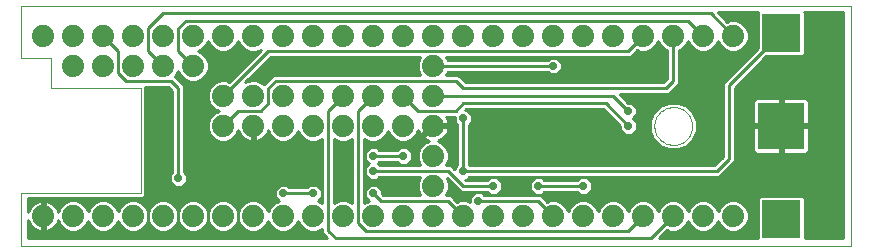
<source format=gtl>
G75*
%MOIN*%
%OFA0B0*%
%FSLAX24Y24*%
%IPPOS*%
%LPD*%
%AMOC8*
5,1,8,0,0,1.08239X$1,22.5*
%
%ADD10C,0.0000*%
%ADD11C,0.0740*%
%ADD12R,0.1560X0.1560*%
%ADD13R,0.1250X0.1250*%
%ADD14OC8,0.0270*%
%ADD15C,0.0100*%
%ADD16OC8,0.0250*%
%ADD17C,0.0200*%
D10*
X001423Y003543D02*
X001423Y005293D01*
X005423Y005293D01*
X005423Y008793D01*
X002423Y008793D01*
X002423Y009793D01*
X001423Y009793D01*
X001423Y011539D01*
X001423Y011543D01*
X001423Y011539D02*
X029082Y011539D01*
X029082Y003543D01*
X001423Y003543D01*
X022543Y007543D02*
X022545Y007593D01*
X022551Y007643D01*
X022561Y007692D01*
X022575Y007740D01*
X022592Y007787D01*
X022613Y007832D01*
X022638Y007876D01*
X022666Y007917D01*
X022698Y007956D01*
X022732Y007993D01*
X022769Y008027D01*
X022809Y008057D01*
X022851Y008084D01*
X022895Y008108D01*
X022941Y008129D01*
X022988Y008145D01*
X023036Y008158D01*
X023086Y008167D01*
X023135Y008172D01*
X023186Y008173D01*
X023236Y008170D01*
X023285Y008163D01*
X023334Y008152D01*
X023382Y008137D01*
X023428Y008119D01*
X023473Y008097D01*
X023516Y008071D01*
X023557Y008042D01*
X023596Y008010D01*
X023632Y007975D01*
X023664Y007937D01*
X023694Y007897D01*
X023721Y007854D01*
X023744Y007810D01*
X023763Y007764D01*
X023779Y007716D01*
X023791Y007667D01*
X023799Y007618D01*
X023803Y007568D01*
X023803Y007518D01*
X023799Y007468D01*
X023791Y007419D01*
X023779Y007370D01*
X023763Y007322D01*
X023744Y007276D01*
X023721Y007232D01*
X023694Y007189D01*
X023664Y007149D01*
X023632Y007111D01*
X023596Y007076D01*
X023557Y007044D01*
X023516Y007015D01*
X023473Y006989D01*
X023428Y006967D01*
X023382Y006949D01*
X023334Y006934D01*
X023285Y006923D01*
X023236Y006916D01*
X023186Y006913D01*
X023135Y006914D01*
X023086Y006919D01*
X023036Y006928D01*
X022988Y006941D01*
X022941Y006957D01*
X022895Y006978D01*
X022851Y007002D01*
X022809Y007029D01*
X022769Y007059D01*
X022732Y007093D01*
X022698Y007130D01*
X022666Y007169D01*
X022638Y007210D01*
X022613Y007254D01*
X022592Y007299D01*
X022575Y007346D01*
X022561Y007394D01*
X022551Y007443D01*
X022545Y007493D01*
X022543Y007543D01*
D11*
X015173Y007543D03*
X014173Y007543D03*
X013173Y007543D03*
X012173Y007543D03*
X011173Y007543D03*
X010173Y007543D03*
X009173Y007543D03*
X008173Y007543D03*
X008173Y008543D03*
X009173Y008543D03*
X010173Y008543D03*
X011173Y008543D03*
X012173Y008543D03*
X013173Y008543D03*
X014173Y008543D03*
X015173Y008543D03*
X015173Y009543D03*
X015173Y010543D03*
X016173Y010543D03*
X017173Y010543D03*
X018173Y010543D03*
X019173Y010543D03*
X020173Y010543D03*
X021173Y010543D03*
X022173Y010543D03*
X023173Y010543D03*
X024173Y010543D03*
X025173Y010543D03*
X015173Y006543D03*
X015173Y005543D03*
X015173Y004543D03*
X016173Y004543D03*
X017173Y004543D03*
X018173Y004543D03*
X019173Y004543D03*
X020173Y004543D03*
X021173Y004543D03*
X022173Y004543D03*
X023173Y004543D03*
X024173Y004543D03*
X025173Y004543D03*
X014173Y004543D03*
X013173Y004543D03*
X012173Y004543D03*
X011173Y004543D03*
X010173Y004543D03*
X009173Y004543D03*
X008173Y004543D03*
X007173Y004543D03*
X006173Y004543D03*
X005173Y004543D03*
X004173Y004543D03*
X003173Y004543D03*
X002173Y004543D03*
X003173Y009543D03*
X004173Y009543D03*
X005173Y009543D03*
X006173Y009543D03*
X007173Y009543D03*
X007173Y010543D03*
X008173Y010543D03*
X009173Y010543D03*
X010173Y010543D03*
X011173Y010543D03*
X012173Y010543D03*
X013173Y010543D03*
X014173Y010543D03*
X006173Y010543D03*
X005173Y010543D03*
X004173Y010543D03*
X003173Y010543D03*
X002173Y010543D03*
D12*
X026773Y007543D03*
D13*
X026773Y004443D03*
X026773Y010643D03*
D14*
X024173Y009293D03*
X025453Y008713D03*
X022273Y009443D03*
X020953Y009193D03*
X017413Y009173D03*
X014453Y009513D03*
X011423Y009543D03*
X008173Y009293D03*
X005773Y008723D03*
X009143Y006053D03*
X010173Y005293D03*
X011173Y005293D03*
X011073Y005743D03*
X012173Y005693D03*
X012973Y005693D03*
X013173Y006043D03*
X013173Y006543D03*
X012953Y006853D03*
X014173Y006543D03*
X014443Y006813D03*
X016173Y006043D03*
X017173Y005543D03*
X017673Y005543D03*
X018673Y005543D03*
X020173Y005543D03*
X020673Y005343D03*
X022373Y005443D03*
X025443Y005643D03*
X024493Y006793D03*
X022273Y006843D03*
X021673Y007543D03*
X019673Y007543D03*
X018173Y006543D03*
X016173Y007793D03*
X014163Y005543D03*
X013173Y005293D03*
X016673Y005043D03*
X007673Y005293D03*
X006673Y005793D03*
X007673Y004043D03*
D15*
X007673Y005293D01*
X007878Y004984D02*
X008069Y005063D01*
X008276Y005063D01*
X008467Y004984D01*
X008614Y004838D01*
X008673Y004695D01*
X008732Y004838D01*
X008878Y004984D01*
X009069Y005063D01*
X009276Y005063D01*
X009467Y004984D01*
X009614Y004838D01*
X009673Y004695D01*
X009732Y004838D01*
X009878Y004984D01*
X010020Y005043D01*
X009888Y005175D01*
X009888Y005411D01*
X010055Y005578D01*
X010291Y005578D01*
X010376Y005493D01*
X010970Y005493D01*
X011055Y005578D01*
X011291Y005578D01*
X011458Y005411D01*
X011458Y005175D01*
X011325Y005043D01*
X011467Y004984D01*
X011473Y004979D01*
X011473Y007108D01*
X011467Y007102D01*
X011276Y007023D01*
X011069Y007023D01*
X010878Y007102D01*
X010732Y007249D01*
X010673Y007392D01*
X010614Y007249D01*
X010467Y007102D01*
X010276Y007023D01*
X010069Y007023D01*
X009878Y007102D01*
X009732Y007249D01*
X009671Y007395D01*
X009655Y007344D01*
X009618Y007271D01*
X009569Y007205D01*
X009512Y007147D01*
X009445Y007099D01*
X009372Y007061D01*
X009295Y007036D01*
X009223Y007025D01*
X009223Y007493D01*
X009123Y007493D01*
X009123Y007025D01*
X009051Y007036D01*
X008973Y007061D01*
X008900Y007099D01*
X008834Y007147D01*
X008776Y007205D01*
X008728Y007271D01*
X008691Y007344D01*
X008674Y007395D01*
X008614Y007249D01*
X008467Y007102D01*
X008276Y007023D01*
X008069Y007023D01*
X007878Y007102D01*
X007732Y007249D01*
X007653Y007440D01*
X007653Y007647D01*
X007732Y007838D01*
X007878Y007984D01*
X008021Y008043D01*
X007878Y008102D01*
X007732Y008249D01*
X007653Y008440D01*
X007653Y008647D01*
X007732Y008838D01*
X007878Y008984D01*
X008069Y009063D01*
X008276Y009063D01*
X008371Y009024D01*
X009436Y010090D01*
X009276Y010023D01*
X009069Y010023D01*
X008878Y010102D01*
X008732Y010249D01*
X008673Y010392D01*
X008614Y010249D01*
X008467Y010102D01*
X008276Y010023D01*
X008069Y010023D01*
X007878Y010102D01*
X007732Y010249D01*
X007673Y010392D01*
X007614Y010249D01*
X007467Y010102D01*
X007325Y010043D01*
X007467Y009984D01*
X007614Y009838D01*
X007693Y009647D01*
X007693Y009440D01*
X007614Y009249D01*
X007467Y009102D01*
X007276Y009023D01*
X007069Y009023D01*
X006878Y009102D01*
X006732Y009249D01*
X006673Y009392D01*
X006614Y009249D01*
X006557Y009192D01*
X006756Y008993D01*
X006873Y008876D01*
X006873Y005996D01*
X006958Y005911D01*
X006958Y005675D01*
X006791Y005508D01*
X006555Y005508D01*
X006388Y005675D01*
X006388Y005911D01*
X006473Y005996D01*
X006473Y008710D01*
X006340Y008843D01*
X005573Y008843D01*
X005573Y005231D01*
X005485Y005143D01*
X001673Y005143D01*
X001673Y004687D01*
X001691Y004743D01*
X001728Y004816D01*
X001776Y004882D01*
X001834Y004940D01*
X001900Y004988D01*
X001973Y005025D01*
X002051Y005051D01*
X002123Y005062D01*
X002123Y004593D01*
X002223Y004593D01*
X002223Y005062D01*
X002295Y005051D01*
X002372Y005025D01*
X002445Y004988D01*
X002512Y004940D01*
X002569Y004882D01*
X002618Y004816D01*
X002655Y004743D01*
X002671Y004692D01*
X002732Y004838D01*
X002878Y004984D01*
X003069Y005063D01*
X003276Y005063D01*
X003467Y004984D01*
X003614Y004838D01*
X003673Y004695D01*
X003732Y004838D01*
X003878Y004984D01*
X004069Y005063D01*
X004276Y005063D01*
X004467Y004984D01*
X004614Y004838D01*
X004673Y004695D01*
X004732Y004838D01*
X004878Y004984D01*
X005069Y005063D01*
X005276Y005063D01*
X005467Y004984D01*
X005614Y004838D01*
X005673Y004695D01*
X005732Y004838D01*
X005878Y004984D01*
X006069Y005063D01*
X006276Y005063D01*
X006467Y004984D01*
X006614Y004838D01*
X006673Y004695D01*
X006732Y004838D01*
X006878Y004984D01*
X007069Y005063D01*
X007276Y005063D01*
X007467Y004984D01*
X007614Y004838D01*
X007673Y004695D01*
X007732Y004838D01*
X007878Y004984D01*
X007816Y004922D02*
X007529Y004922D01*
X007619Y004824D02*
X007726Y004824D01*
X007685Y004725D02*
X007660Y004725D01*
X007379Y005021D02*
X007967Y005021D01*
X008379Y005021D02*
X008967Y005021D01*
X008816Y004922D02*
X008529Y004922D01*
X008619Y004824D02*
X008726Y004824D01*
X008685Y004725D02*
X008660Y004725D01*
X008673Y005043D02*
X008673Y004043D01*
X008846Y004134D02*
X008499Y004134D01*
X008467Y004102D02*
X008614Y004249D01*
X008673Y004392D01*
X008732Y004249D01*
X008878Y004102D01*
X009069Y004023D01*
X009276Y004023D01*
X009467Y004102D01*
X009614Y004249D01*
X009673Y004392D01*
X009732Y004249D01*
X009878Y004102D01*
X010069Y004023D01*
X010276Y004023D01*
X010467Y004102D01*
X010614Y004249D01*
X010673Y004392D01*
X010732Y004249D01*
X010878Y004102D01*
X011069Y004023D01*
X011276Y004023D01*
X011467Y004102D01*
X011473Y004108D01*
X011473Y003960D01*
X011590Y003843D01*
X011640Y003793D01*
X001673Y003793D01*
X001673Y004399D01*
X001691Y004344D01*
X001728Y004271D01*
X001776Y004205D01*
X001834Y004147D01*
X001900Y004099D01*
X001973Y004061D01*
X002051Y004036D01*
X002123Y004025D01*
X002123Y004493D01*
X002223Y004493D01*
X002223Y004025D01*
X002295Y004036D01*
X002372Y004061D01*
X002445Y004099D01*
X002512Y004147D01*
X002569Y004205D01*
X002618Y004271D01*
X002655Y004344D01*
X002671Y004395D01*
X002732Y004249D01*
X002878Y004102D01*
X003069Y004023D01*
X003276Y004023D01*
X003467Y004102D01*
X003614Y004249D01*
X003673Y004392D01*
X003732Y004249D01*
X003878Y004102D01*
X004069Y004023D01*
X004276Y004023D01*
X004467Y004102D01*
X004614Y004249D01*
X004673Y004392D01*
X004732Y004249D01*
X004878Y004102D01*
X005069Y004023D01*
X005276Y004023D01*
X005467Y004102D01*
X005614Y004249D01*
X005673Y004392D01*
X005732Y004249D01*
X005878Y004102D01*
X006069Y004023D01*
X006276Y004023D01*
X006467Y004102D01*
X006614Y004249D01*
X006673Y004392D01*
X006732Y004249D01*
X006878Y004102D01*
X007069Y004023D01*
X007276Y004023D01*
X007467Y004102D01*
X007614Y004249D01*
X007673Y004392D01*
X007732Y004249D01*
X007878Y004102D01*
X008069Y004023D01*
X008276Y004023D01*
X008467Y004102D01*
X008306Y004036D02*
X009039Y004036D01*
X009306Y004036D02*
X010039Y004036D01*
X009846Y004134D02*
X009499Y004134D01*
X009598Y004233D02*
X009748Y004233D01*
X009698Y004331D02*
X009648Y004331D01*
X010306Y004036D02*
X011039Y004036D01*
X010846Y004134D02*
X010499Y004134D01*
X010598Y004233D02*
X010748Y004233D01*
X010698Y004331D02*
X010648Y004331D01*
X011306Y004036D02*
X011473Y004036D01*
X011496Y003937D02*
X001673Y003937D01*
X001673Y003839D02*
X011594Y003839D01*
X011673Y004043D02*
X011923Y003793D01*
X022423Y003793D01*
X023173Y004543D01*
X023660Y004725D02*
X023685Y004725D01*
X023673Y004695D02*
X023614Y004838D01*
X023467Y004984D01*
X023276Y005063D01*
X023069Y005063D01*
X022878Y004984D01*
X022732Y004838D01*
X022673Y004695D01*
X022614Y004838D01*
X022467Y004984D01*
X022276Y005063D01*
X022069Y005063D01*
X021878Y004984D01*
X021732Y004838D01*
X021673Y004695D01*
X021614Y004838D01*
X021467Y004984D01*
X021276Y005063D01*
X021069Y005063D01*
X020878Y004984D01*
X020732Y004838D01*
X020673Y004695D01*
X020614Y004838D01*
X020467Y004984D01*
X020276Y005063D01*
X020069Y005063D01*
X019878Y004984D01*
X019732Y004838D01*
X019673Y004695D01*
X019614Y004838D01*
X019467Y004984D01*
X019276Y005063D01*
X019069Y005063D01*
X018975Y005024D01*
X018756Y005243D01*
X016876Y005243D01*
X016791Y005328D01*
X016555Y005328D01*
X016388Y005161D01*
X016388Y005017D01*
X016276Y005063D01*
X016069Y005063D01*
X015975Y005024D01*
X015873Y005126D01*
X015756Y005243D01*
X015608Y005243D01*
X015614Y005249D01*
X015693Y005440D01*
X015693Y005647D01*
X015627Y005807D01*
X015973Y005460D01*
X016090Y005343D01*
X016970Y005343D01*
X017055Y005258D01*
X017291Y005258D01*
X017458Y005425D01*
X017458Y005661D01*
X017291Y005828D01*
X017055Y005828D01*
X016970Y005743D01*
X016256Y005743D01*
X016241Y005758D01*
X016291Y005758D01*
X016376Y005843D01*
X024706Y005843D01*
X025106Y006243D01*
X025223Y006360D01*
X025223Y008810D01*
X026281Y009868D01*
X027460Y009868D01*
X027548Y009956D01*
X027548Y011330D01*
X027537Y011341D01*
X028823Y011343D01*
X028823Y003793D01*
X027548Y003793D01*
X027548Y005130D01*
X027460Y005218D01*
X026086Y005218D01*
X025998Y005130D01*
X025998Y003793D01*
X022706Y003793D01*
X022975Y004062D01*
X023069Y004023D01*
X023276Y004023D01*
X023467Y004102D01*
X023614Y004249D01*
X023673Y004392D01*
X023732Y004249D01*
X023878Y004102D01*
X024069Y004023D01*
X024276Y004023D01*
X024467Y004102D01*
X024614Y004249D01*
X024673Y004392D01*
X024732Y004249D01*
X024878Y004102D01*
X025069Y004023D01*
X025276Y004023D01*
X025467Y004102D01*
X025614Y004249D01*
X025693Y004440D01*
X025693Y004647D01*
X025614Y004838D01*
X025467Y004984D01*
X025276Y005063D01*
X025069Y005063D01*
X024878Y004984D01*
X024732Y004838D01*
X024673Y004695D01*
X024614Y004838D01*
X024467Y004984D01*
X024276Y005063D01*
X024069Y005063D01*
X023878Y004984D01*
X023732Y004838D01*
X023673Y004695D01*
X023619Y004824D02*
X023726Y004824D01*
X023816Y004922D02*
X023529Y004922D01*
X023379Y005021D02*
X023967Y005021D01*
X024379Y005021D02*
X024967Y005021D01*
X024816Y004922D02*
X024529Y004922D01*
X024619Y004824D02*
X024726Y004824D01*
X024685Y004725D02*
X024660Y004725D01*
X025379Y005021D02*
X025998Y005021D01*
X025998Y005119D02*
X018880Y005119D01*
X018781Y005218D02*
X026085Y005218D01*
X025998Y004922D02*
X025529Y004922D01*
X025619Y004824D02*
X025998Y004824D01*
X025998Y004725D02*
X025660Y004725D01*
X025693Y004627D02*
X025998Y004627D01*
X025998Y004528D02*
X025693Y004528D01*
X025689Y004430D02*
X025998Y004430D01*
X025998Y004331D02*
X025648Y004331D01*
X025598Y004233D02*
X025998Y004233D01*
X025998Y004134D02*
X025499Y004134D01*
X025306Y004036D02*
X025998Y004036D01*
X025998Y003937D02*
X022850Y003937D01*
X022948Y004036D02*
X023039Y004036D01*
X023306Y004036D02*
X024039Y004036D01*
X023846Y004134D02*
X023499Y004134D01*
X023598Y004233D02*
X023748Y004233D01*
X023698Y004331D02*
X023648Y004331D01*
X024306Y004036D02*
X025039Y004036D01*
X024846Y004134D02*
X024499Y004134D01*
X024598Y004233D02*
X024748Y004233D01*
X024698Y004331D02*
X024648Y004331D01*
X025998Y003839D02*
X022751Y003839D01*
X022173Y004543D02*
X021673Y004043D01*
X012923Y004043D01*
X012673Y004293D01*
X012673Y008043D01*
X013173Y008543D01*
X014173Y008543D02*
X014673Y008043D01*
X015923Y008043D01*
X016173Y008293D01*
X020923Y008293D01*
X021673Y007543D01*
X021388Y007545D02*
X021388Y007425D01*
X021555Y007258D01*
X021791Y007258D01*
X021958Y007425D01*
X021958Y007661D01*
X021819Y007800D01*
X021948Y007929D01*
X021948Y008157D01*
X021787Y008318D01*
X021681Y008318D01*
X021406Y008593D01*
X023006Y008593D01*
X023123Y008710D01*
X023123Y008710D01*
X023373Y008960D01*
X023373Y010063D01*
X023467Y010102D01*
X023614Y010249D01*
X023673Y010392D01*
X023732Y010249D01*
X023878Y010102D01*
X024069Y010023D01*
X024276Y010023D01*
X024467Y010102D01*
X024614Y010249D01*
X024673Y010392D01*
X024732Y010249D01*
X024878Y010102D01*
X025069Y010023D01*
X025276Y010023D01*
X025467Y010102D01*
X025614Y010249D01*
X025693Y010440D01*
X025693Y010647D01*
X025614Y010838D01*
X025467Y010984D01*
X025276Y011063D01*
X025069Y011063D01*
X024975Y011024D01*
X024663Y011336D01*
X026006Y011338D01*
X025998Y011330D01*
X025998Y010151D01*
X024823Y008976D01*
X024823Y006526D01*
X024540Y006243D01*
X016376Y006243D01*
X016373Y006246D01*
X016373Y007590D01*
X016458Y007675D01*
X016458Y007911D01*
X016291Y008078D01*
X016241Y008078D01*
X016256Y008093D01*
X020840Y008093D01*
X021388Y007545D01*
X021351Y007582D02*
X016373Y007582D01*
X016373Y007483D02*
X021388Y007483D01*
X021428Y007385D02*
X016373Y007385D01*
X016373Y007286D02*
X021527Y007286D01*
X021819Y007286D02*
X022435Y007286D01*
X022476Y007188D02*
X016373Y007188D01*
X016373Y007089D02*
X022524Y007089D01*
X022512Y007102D02*
X022731Y006882D01*
X023018Y006763D01*
X023328Y006763D01*
X023615Y006882D01*
X023834Y007102D01*
X023953Y007388D01*
X023953Y007698D01*
X023834Y007985D01*
X023615Y008204D01*
X023328Y008323D01*
X023018Y008323D01*
X022731Y008204D01*
X022512Y007985D01*
X022393Y007698D01*
X022393Y007388D01*
X022512Y007102D01*
X022622Y006991D02*
X016373Y006991D01*
X016373Y006892D02*
X022721Y006892D01*
X022944Y006794D02*
X016373Y006794D01*
X016373Y006695D02*
X024823Y006695D01*
X024823Y006597D02*
X016373Y006597D01*
X016373Y006498D02*
X024795Y006498D01*
X024696Y006400D02*
X016373Y006400D01*
X016373Y006301D02*
X024598Y006301D01*
X024623Y006043D02*
X025023Y006443D01*
X025023Y008893D01*
X026773Y010643D01*
X026523Y010643D01*
X025998Y010635D02*
X025693Y010635D01*
X025693Y010537D02*
X025998Y010537D01*
X025998Y010438D02*
X025692Y010438D01*
X025651Y010340D02*
X025998Y010340D01*
X025998Y010241D02*
X025606Y010241D01*
X025508Y010143D02*
X025990Y010143D01*
X025891Y010044D02*
X025327Y010044D01*
X025019Y010044D02*
X024327Y010044D01*
X024508Y010143D02*
X024838Y010143D01*
X024739Y010241D02*
X024606Y010241D01*
X024651Y010340D02*
X024694Y010340D01*
X025173Y010543D02*
X024423Y011293D01*
X006173Y011293D01*
X005673Y010793D01*
X005673Y010043D01*
X006173Y009543D01*
X006658Y009355D02*
X006688Y009355D01*
X006729Y009256D02*
X006617Y009256D01*
X006591Y009158D02*
X006823Y009158D01*
X006690Y009059D02*
X006982Y009059D01*
X006788Y008961D02*
X007855Y008961D01*
X007756Y008862D02*
X006873Y008862D01*
X006873Y008764D02*
X007701Y008764D01*
X007661Y008665D02*
X006873Y008665D01*
X006873Y008567D02*
X007653Y008567D01*
X007653Y008468D02*
X006873Y008468D01*
X006873Y008370D02*
X007682Y008370D01*
X007723Y008271D02*
X006873Y008271D01*
X006873Y008173D02*
X007808Y008173D01*
X007946Y008074D02*
X006873Y008074D01*
X006873Y007976D02*
X007870Y007976D01*
X007771Y007877D02*
X006873Y007877D01*
X006873Y007779D02*
X007708Y007779D01*
X007667Y007680D02*
X006873Y007680D01*
X006873Y007582D02*
X007653Y007582D01*
X007653Y007483D02*
X006873Y007483D01*
X006873Y007385D02*
X007676Y007385D01*
X007716Y007286D02*
X006873Y007286D01*
X006873Y007188D02*
X007793Y007188D01*
X007910Y007089D02*
X006873Y007089D01*
X006873Y006991D02*
X011473Y006991D01*
X011473Y007089D02*
X011436Y007089D01*
X011473Y006892D02*
X006873Y006892D01*
X006873Y006794D02*
X011473Y006794D01*
X011473Y006695D02*
X006873Y006695D01*
X006873Y006597D02*
X011473Y006597D01*
X011473Y006498D02*
X006873Y006498D01*
X006873Y006400D02*
X011473Y006400D01*
X011473Y006301D02*
X006873Y006301D01*
X006873Y006203D02*
X011473Y006203D01*
X011473Y006104D02*
X006873Y006104D01*
X006873Y006006D02*
X011473Y006006D01*
X011473Y005907D02*
X006958Y005907D01*
X006958Y005809D02*
X011473Y005809D01*
X011473Y005710D02*
X006958Y005710D01*
X006894Y005612D02*
X011473Y005612D01*
X011473Y005513D02*
X011356Y005513D01*
X011454Y005415D02*
X011473Y005415D01*
X011473Y005316D02*
X011458Y005316D01*
X011458Y005218D02*
X011473Y005218D01*
X011473Y005119D02*
X011402Y005119D01*
X011379Y005021D02*
X011473Y005021D01*
X011873Y005021D02*
X011967Y005021D01*
X011878Y004984D02*
X011873Y004979D01*
X011873Y007108D01*
X011878Y007102D01*
X012069Y007023D01*
X012276Y007023D01*
X012467Y007102D01*
X012473Y007108D01*
X012473Y004979D01*
X012467Y004984D01*
X012276Y005063D01*
X012069Y005063D01*
X011878Y004984D01*
X011873Y005119D02*
X012473Y005119D01*
X012473Y005021D02*
X012379Y005021D01*
X012873Y005021D02*
X012967Y005021D01*
X013020Y005043D02*
X012878Y004984D01*
X012873Y004979D01*
X012873Y007108D01*
X012878Y007102D01*
X013069Y007023D01*
X013276Y007023D01*
X013467Y007102D01*
X013614Y007249D01*
X013673Y007392D01*
X013732Y007249D01*
X013878Y007102D01*
X014069Y007023D01*
X014276Y007023D01*
X014467Y007102D01*
X014614Y007249D01*
X014674Y007395D01*
X014691Y007344D01*
X014728Y007271D01*
X014776Y007205D01*
X014834Y007147D01*
X014900Y007099D01*
X014973Y007061D01*
X015025Y007045D01*
X014878Y006984D01*
X014732Y006838D01*
X014653Y006647D01*
X014653Y006440D01*
X014732Y006249D01*
X014737Y006243D01*
X013376Y006243D01*
X013326Y006293D01*
X013376Y006343D01*
X013970Y006343D01*
X014055Y006258D01*
X014291Y006258D01*
X014458Y006425D01*
X014458Y006661D01*
X014291Y006828D01*
X014055Y006828D01*
X013970Y006743D01*
X013376Y006743D01*
X013291Y006828D01*
X013055Y006828D01*
X012888Y006661D01*
X012888Y006425D01*
X013020Y006293D01*
X012888Y006161D01*
X012888Y005925D01*
X013055Y005758D01*
X013291Y005758D01*
X013376Y005843D01*
X014737Y005843D01*
X014732Y005838D01*
X014653Y005647D01*
X014653Y005440D01*
X014732Y005249D01*
X014737Y005243D01*
X013506Y005243D01*
X013458Y005291D01*
X013458Y005411D01*
X013291Y005578D01*
X013055Y005578D01*
X012888Y005411D01*
X012888Y005175D01*
X013020Y005043D01*
X012944Y005119D02*
X012873Y005119D01*
X012873Y005218D02*
X012888Y005218D01*
X012888Y005316D02*
X012873Y005316D01*
X012873Y005415D02*
X012891Y005415D01*
X012873Y005513D02*
X012990Y005513D01*
X012873Y005612D02*
X014653Y005612D01*
X014653Y005513D02*
X013356Y005513D01*
X013454Y005415D02*
X014663Y005415D01*
X014704Y005316D02*
X013458Y005316D01*
X013423Y005043D02*
X013173Y005293D01*
X013423Y005043D02*
X015673Y005043D01*
X016173Y004543D01*
X016379Y005021D02*
X016388Y005021D01*
X016388Y005119D02*
X015880Y005119D01*
X015781Y005218D02*
X016444Y005218D01*
X016543Y005316D02*
X015642Y005316D01*
X015682Y005415D02*
X016018Y005415D01*
X015973Y005460D02*
X015973Y005460D01*
X015920Y005513D02*
X015693Y005513D01*
X015693Y005612D02*
X015821Y005612D01*
X015723Y005710D02*
X015667Y005710D01*
X015673Y006043D02*
X016173Y005543D01*
X017173Y005543D01*
X017458Y005513D02*
X018388Y005513D01*
X018388Y005425D02*
X018555Y005258D01*
X018791Y005258D01*
X018876Y005343D01*
X019970Y005343D01*
X020055Y005258D01*
X020291Y005258D01*
X020458Y005425D01*
X020458Y005661D01*
X020291Y005828D01*
X020055Y005828D01*
X019970Y005743D01*
X018876Y005743D01*
X018791Y005828D01*
X018555Y005828D01*
X018388Y005661D01*
X018388Y005425D01*
X018398Y005415D02*
X017447Y005415D01*
X017349Y005316D02*
X018497Y005316D01*
X018673Y005543D02*
X020173Y005543D01*
X020458Y005513D02*
X028823Y005513D01*
X028823Y005415D02*
X020447Y005415D01*
X020349Y005316D02*
X028823Y005316D01*
X028823Y005218D02*
X027460Y005218D01*
X027548Y005119D02*
X028823Y005119D01*
X028823Y005021D02*
X027548Y005021D01*
X027548Y004922D02*
X028823Y004922D01*
X028823Y004824D02*
X027548Y004824D01*
X027548Y004725D02*
X028823Y004725D01*
X028823Y004627D02*
X027548Y004627D01*
X027548Y004528D02*
X028823Y004528D01*
X028823Y004430D02*
X027548Y004430D01*
X027548Y004331D02*
X028823Y004331D01*
X028823Y004233D02*
X027548Y004233D01*
X027548Y004134D02*
X028823Y004134D01*
X028823Y004036D02*
X027548Y004036D01*
X027548Y003937D02*
X028823Y003937D01*
X028823Y003839D02*
X027548Y003839D01*
X028823Y005612D02*
X020458Y005612D01*
X020409Y005710D02*
X028823Y005710D01*
X028823Y005809D02*
X020310Y005809D01*
X020035Y005809D02*
X018810Y005809D01*
X018535Y005809D02*
X017310Y005809D01*
X017409Y005710D02*
X018437Y005710D01*
X018388Y005612D02*
X017458Y005612D01*
X017035Y005809D02*
X016341Y005809D01*
X016173Y006043D02*
X024373Y006043D01*
X024623Y006043D01*
X024770Y005907D02*
X028823Y005907D01*
X028823Y006006D02*
X024868Y006006D01*
X024967Y006104D02*
X028823Y006104D01*
X028823Y006203D02*
X025065Y006203D01*
X025164Y006301D02*
X028823Y006301D01*
X028823Y006400D02*
X025223Y006400D01*
X025223Y006498D02*
X028823Y006498D01*
X028823Y006597D02*
X025223Y006597D01*
X025223Y006695D02*
X025859Y006695D01*
X025853Y006705D02*
X025873Y006671D01*
X025901Y006643D01*
X025935Y006624D01*
X025973Y006613D01*
X026723Y006613D01*
X026723Y007493D01*
X026823Y007493D01*
X026823Y006613D01*
X027573Y006613D01*
X027611Y006624D01*
X027645Y006643D01*
X027673Y006671D01*
X027693Y006705D01*
X027703Y006744D01*
X027703Y007493D01*
X026823Y007493D01*
X026823Y007593D01*
X027703Y007593D01*
X027703Y008343D01*
X027693Y008381D01*
X027673Y008415D01*
X027645Y008443D01*
X027611Y008463D01*
X027573Y008473D01*
X026823Y008473D01*
X026823Y007593D01*
X026723Y007593D01*
X026723Y007493D01*
X025843Y007493D01*
X025843Y006744D01*
X025853Y006705D01*
X025843Y006794D02*
X025223Y006794D01*
X025223Y006892D02*
X025843Y006892D01*
X025843Y006991D02*
X025223Y006991D01*
X025223Y007089D02*
X025843Y007089D01*
X025843Y007188D02*
X025223Y007188D01*
X025223Y007286D02*
X025843Y007286D01*
X025843Y007385D02*
X025223Y007385D01*
X025223Y007483D02*
X025843Y007483D01*
X025843Y007593D02*
X026723Y007593D01*
X026723Y008473D01*
X025973Y008473D01*
X025935Y008463D01*
X025901Y008443D01*
X025873Y008415D01*
X025853Y008381D01*
X025843Y008343D01*
X025843Y007593D01*
X025843Y007680D02*
X025223Y007680D01*
X025223Y007582D02*
X026723Y007582D01*
X026723Y007680D02*
X026823Y007680D01*
X026823Y007582D02*
X028823Y007582D01*
X028823Y007680D02*
X027703Y007680D01*
X027703Y007779D02*
X028823Y007779D01*
X028823Y007877D02*
X027703Y007877D01*
X027703Y007976D02*
X028823Y007976D01*
X028823Y008074D02*
X027703Y008074D01*
X027703Y008173D02*
X028823Y008173D01*
X028823Y008271D02*
X027703Y008271D01*
X027696Y008370D02*
X028823Y008370D01*
X028823Y008468D02*
X027591Y008468D01*
X026823Y008468D02*
X026723Y008468D01*
X026723Y008370D02*
X026823Y008370D01*
X026823Y008271D02*
X026723Y008271D01*
X026723Y008173D02*
X026823Y008173D01*
X026823Y008074D02*
X026723Y008074D01*
X026723Y007976D02*
X026823Y007976D01*
X026823Y007877D02*
X026723Y007877D01*
X026723Y007779D02*
X026823Y007779D01*
X026823Y007483D02*
X026723Y007483D01*
X026723Y007385D02*
X026823Y007385D01*
X026823Y007286D02*
X026723Y007286D01*
X026723Y007188D02*
X026823Y007188D01*
X026823Y007089D02*
X026723Y007089D01*
X026723Y006991D02*
X026823Y006991D01*
X026823Y006892D02*
X026723Y006892D01*
X026723Y006794D02*
X026823Y006794D01*
X026823Y006695D02*
X026723Y006695D01*
X027687Y006695D02*
X028823Y006695D01*
X028823Y006794D02*
X027703Y006794D01*
X027703Y006892D02*
X028823Y006892D01*
X028823Y006991D02*
X027703Y006991D01*
X027703Y007089D02*
X028823Y007089D01*
X028823Y007188D02*
X027703Y007188D01*
X027703Y007286D02*
X028823Y007286D01*
X028823Y007385D02*
X027703Y007385D01*
X027703Y007483D02*
X028823Y007483D01*
X025843Y007779D02*
X025223Y007779D01*
X025223Y007877D02*
X025843Y007877D01*
X025843Y007976D02*
X025223Y007976D01*
X025223Y008074D02*
X025843Y008074D01*
X025843Y008173D02*
X025223Y008173D01*
X025223Y008271D02*
X025843Y008271D01*
X025850Y008370D02*
X025223Y008370D01*
X025223Y008468D02*
X025954Y008468D01*
X025223Y008567D02*
X028823Y008567D01*
X028823Y008665D02*
X025223Y008665D01*
X025223Y008764D02*
X028823Y008764D01*
X028823Y008862D02*
X025275Y008862D01*
X025373Y008961D02*
X028823Y008961D01*
X028823Y009059D02*
X025472Y009059D01*
X025570Y009158D02*
X028823Y009158D01*
X028823Y009256D02*
X025669Y009256D01*
X025767Y009355D02*
X028823Y009355D01*
X028823Y009453D02*
X025866Y009453D01*
X025964Y009552D02*
X028823Y009552D01*
X028823Y009650D02*
X026063Y009650D01*
X026161Y009749D02*
X028823Y009749D01*
X028823Y009847D02*
X026260Y009847D01*
X025793Y009946D02*
X023373Y009946D01*
X023373Y010044D02*
X024019Y010044D01*
X023838Y010143D02*
X023508Y010143D01*
X023606Y010241D02*
X023739Y010241D01*
X023694Y010340D02*
X023651Y010340D01*
X023173Y010543D02*
X023173Y009043D01*
X022923Y008793D01*
X021173Y008793D01*
X020923Y008793D01*
X016173Y008793D01*
X015923Y009043D01*
X009923Y009043D01*
X009673Y008793D01*
X009673Y008293D01*
X009423Y008043D01*
X008673Y008043D01*
X008173Y007543D01*
X008670Y007385D02*
X008678Y007385D01*
X008720Y007286D02*
X008629Y007286D01*
X008553Y007188D02*
X008793Y007188D01*
X008918Y007089D02*
X008436Y007089D01*
X009123Y007089D02*
X009223Y007089D01*
X009223Y007188D02*
X009123Y007188D01*
X009123Y007286D02*
X009223Y007286D01*
X009223Y007385D02*
X009123Y007385D01*
X009123Y007483D02*
X009223Y007483D01*
X009553Y007188D02*
X009793Y007188D01*
X009716Y007286D02*
X009625Y007286D01*
X009668Y007385D02*
X009676Y007385D01*
X010553Y007188D02*
X010793Y007188D01*
X010716Y007286D02*
X010629Y007286D01*
X010670Y007385D02*
X010676Y007385D01*
X010910Y007089D02*
X010436Y007089D01*
X009910Y007089D02*
X009427Y007089D01*
X011873Y007089D02*
X011910Y007089D01*
X011873Y006991D02*
X012473Y006991D01*
X012473Y007089D02*
X012436Y007089D01*
X012473Y006892D02*
X011873Y006892D01*
X011873Y006794D02*
X012473Y006794D01*
X012473Y006695D02*
X011873Y006695D01*
X011873Y006597D02*
X012473Y006597D01*
X012473Y006498D02*
X011873Y006498D01*
X011873Y006400D02*
X012473Y006400D01*
X012473Y006301D02*
X011873Y006301D01*
X011873Y006203D02*
X012473Y006203D01*
X012473Y006104D02*
X011873Y006104D01*
X011873Y006006D02*
X012473Y006006D01*
X012473Y005907D02*
X011873Y005907D01*
X011873Y005809D02*
X012473Y005809D01*
X012473Y005710D02*
X011873Y005710D01*
X011873Y005612D02*
X012473Y005612D01*
X012473Y005513D02*
X011873Y005513D01*
X011873Y005415D02*
X012473Y005415D01*
X012473Y005316D02*
X011873Y005316D01*
X011873Y005218D02*
X012473Y005218D01*
X012873Y005710D02*
X014679Y005710D01*
X014720Y005809D02*
X013341Y005809D01*
X013004Y005809D02*
X012873Y005809D01*
X012873Y005907D02*
X012906Y005907D01*
X012888Y006006D02*
X012873Y006006D01*
X012873Y006104D02*
X012888Y006104D01*
X012873Y006203D02*
X012929Y006203D01*
X012873Y006301D02*
X013012Y006301D01*
X012913Y006400D02*
X012873Y006400D01*
X012873Y006498D02*
X012888Y006498D01*
X012888Y006597D02*
X012873Y006597D01*
X012873Y006695D02*
X012922Y006695D01*
X012873Y006794D02*
X013020Y006794D01*
X012873Y006892D02*
X014786Y006892D01*
X014714Y006794D02*
X014325Y006794D01*
X014424Y006695D02*
X014673Y006695D01*
X014653Y006597D02*
X014458Y006597D01*
X014458Y006498D02*
X014653Y006498D01*
X014669Y006400D02*
X014432Y006400D01*
X014334Y006301D02*
X014710Y006301D01*
X014173Y006543D02*
X013173Y006543D01*
X013334Y006301D02*
X014012Y006301D01*
X013173Y006043D02*
X015673Y006043D01*
X015796Y006203D02*
X015929Y006203D01*
X015888Y006161D02*
X015888Y006111D01*
X015873Y006126D01*
X015873Y006126D01*
X015756Y006243D01*
X015608Y006243D01*
X015614Y006249D01*
X015693Y006440D01*
X015693Y006647D01*
X015614Y006838D01*
X015467Y006984D01*
X015321Y007045D01*
X015372Y007061D01*
X015445Y007099D01*
X015512Y007147D01*
X015569Y007205D01*
X015618Y007271D01*
X015655Y007344D01*
X015680Y007422D01*
X015691Y007493D01*
X015223Y007493D01*
X015223Y007593D01*
X015691Y007593D01*
X015680Y007665D01*
X015655Y007743D01*
X015618Y007816D01*
X015598Y007843D01*
X015888Y007843D01*
X015888Y007675D01*
X015973Y007590D01*
X015973Y006246D01*
X015888Y006161D01*
X015973Y006301D02*
X015635Y006301D01*
X015676Y006400D02*
X015973Y006400D01*
X015973Y006498D02*
X015693Y006498D01*
X015693Y006597D02*
X015973Y006597D01*
X015973Y006695D02*
X015673Y006695D01*
X015632Y006794D02*
X015973Y006794D01*
X015973Y006892D02*
X015559Y006892D01*
X015451Y006991D02*
X015973Y006991D01*
X015973Y007089D02*
X015427Y007089D01*
X015553Y007188D02*
X015973Y007188D01*
X015973Y007286D02*
X015625Y007286D01*
X015668Y007385D02*
X015973Y007385D01*
X015973Y007483D02*
X015690Y007483D01*
X015973Y007582D02*
X015223Y007582D01*
X015675Y007680D02*
X015888Y007680D01*
X015888Y007779D02*
X015636Y007779D01*
X016173Y007793D02*
X016173Y006043D01*
X016803Y005316D02*
X016997Y005316D01*
X016673Y005043D02*
X018673Y005043D01*
X019173Y004543D01*
X019660Y004725D02*
X019685Y004725D01*
X019726Y004824D02*
X019619Y004824D01*
X019529Y004922D02*
X019816Y004922D01*
X019967Y005021D02*
X019379Y005021D01*
X018849Y005316D02*
X019997Y005316D01*
X020379Y005021D02*
X020967Y005021D01*
X020816Y004922D02*
X020529Y004922D01*
X020619Y004824D02*
X020726Y004824D01*
X020685Y004725D02*
X020660Y004725D01*
X021379Y005021D02*
X021967Y005021D01*
X021816Y004922D02*
X021529Y004922D01*
X021619Y004824D02*
X021726Y004824D01*
X021685Y004725D02*
X021660Y004725D01*
X022379Y005021D02*
X022967Y005021D01*
X022816Y004922D02*
X022529Y004922D01*
X022619Y004824D02*
X022726Y004824D01*
X022685Y004725D02*
X022660Y004725D01*
X023401Y006794D02*
X024823Y006794D01*
X024823Y006892D02*
X023625Y006892D01*
X023723Y006991D02*
X024823Y006991D01*
X024823Y007089D02*
X023822Y007089D01*
X023870Y007188D02*
X024823Y007188D01*
X024823Y007286D02*
X023911Y007286D01*
X023951Y007385D02*
X024823Y007385D01*
X024823Y007483D02*
X023953Y007483D01*
X023953Y007582D02*
X024823Y007582D01*
X024823Y007680D02*
X023953Y007680D01*
X023919Y007779D02*
X024823Y007779D01*
X024823Y007877D02*
X023879Y007877D01*
X023838Y007976D02*
X024823Y007976D01*
X024823Y008074D02*
X023745Y008074D01*
X023646Y008173D02*
X024823Y008173D01*
X024823Y008271D02*
X023453Y008271D01*
X022892Y008271D02*
X021834Y008271D01*
X021932Y008173D02*
X022699Y008173D01*
X022601Y008074D02*
X021948Y008074D01*
X021948Y007976D02*
X022508Y007976D01*
X022467Y007877D02*
X021896Y007877D01*
X021840Y007779D02*
X022426Y007779D01*
X022393Y007680D02*
X021939Y007680D01*
X021958Y007582D02*
X022393Y007582D01*
X022393Y007483D02*
X021958Y007483D01*
X021917Y007385D02*
X022394Y007385D01*
X021253Y007680D02*
X016458Y007680D01*
X016458Y007779D02*
X021154Y007779D01*
X021056Y007877D02*
X016458Y007877D01*
X016393Y007976D02*
X020957Y007976D01*
X020859Y008074D02*
X016295Y008074D01*
X015173Y008543D02*
X021173Y008543D01*
X021673Y008043D01*
X021629Y008370D02*
X024823Y008370D01*
X024823Y008468D02*
X021531Y008468D01*
X021432Y008567D02*
X024823Y008567D01*
X024823Y008665D02*
X023078Y008665D01*
X023176Y008764D02*
X024823Y008764D01*
X024823Y008862D02*
X023275Y008862D01*
X023373Y008961D02*
X024823Y008961D01*
X024906Y009059D02*
X023373Y009059D01*
X023373Y009158D02*
X025005Y009158D01*
X025103Y009256D02*
X023373Y009256D01*
X023373Y009355D02*
X025202Y009355D01*
X025300Y009453D02*
X023373Y009453D01*
X023373Y009552D02*
X025399Y009552D01*
X025497Y009650D02*
X023373Y009650D01*
X023373Y009749D02*
X025596Y009749D01*
X025694Y009847D02*
X023373Y009847D01*
X022973Y009847D02*
X021760Y009847D01*
X021756Y009843D02*
X021975Y010062D01*
X022069Y010023D01*
X022276Y010023D01*
X022467Y010102D01*
X022614Y010249D01*
X022673Y010392D01*
X022732Y010249D01*
X022878Y010102D01*
X022973Y010063D01*
X022973Y009126D01*
X022840Y008993D01*
X016256Y008993D01*
X016006Y009243D01*
X015608Y009243D01*
X015614Y009249D01*
X015653Y009343D01*
X018984Y009343D01*
X019059Y009268D01*
X019287Y009268D01*
X019448Y009429D01*
X019448Y009657D01*
X019287Y009818D01*
X019059Y009818D01*
X018984Y009743D01*
X015653Y009743D01*
X015614Y009838D01*
X015608Y009843D01*
X021756Y009843D01*
X021858Y009946D02*
X022973Y009946D01*
X022973Y010044D02*
X022327Y010044D01*
X022508Y010143D02*
X022838Y010143D01*
X022739Y010241D02*
X022606Y010241D01*
X022651Y010340D02*
X022694Y010340D01*
X022173Y010543D02*
X021673Y010043D01*
X009673Y010043D01*
X008173Y008543D01*
X008909Y008997D02*
X009756Y009843D01*
X014737Y009843D01*
X014732Y009838D01*
X014653Y009647D01*
X014653Y009440D01*
X014732Y009249D01*
X014737Y009243D01*
X009840Y009243D01*
X009524Y008927D01*
X009467Y008984D01*
X009276Y009063D01*
X009069Y009063D01*
X008909Y008997D01*
X008972Y009059D02*
X009060Y009059D01*
X009070Y009158D02*
X009755Y009158D01*
X009656Y009059D02*
X009286Y009059D01*
X009491Y008961D02*
X009558Y008961D01*
X009169Y009256D02*
X014729Y009256D01*
X014688Y009355D02*
X009267Y009355D01*
X009366Y009453D02*
X014653Y009453D01*
X014653Y009552D02*
X009464Y009552D01*
X009563Y009650D02*
X014654Y009650D01*
X014695Y009749D02*
X009661Y009749D01*
X009293Y009946D02*
X007506Y009946D01*
X007604Y009847D02*
X009194Y009847D01*
X009096Y009749D02*
X007651Y009749D01*
X007691Y009650D02*
X008997Y009650D01*
X008899Y009552D02*
X007693Y009552D01*
X007693Y009453D02*
X008800Y009453D01*
X008702Y009355D02*
X007658Y009355D01*
X007617Y009256D02*
X008603Y009256D01*
X008505Y009158D02*
X007523Y009158D01*
X007363Y009059D02*
X008060Y009059D01*
X008286Y009059D02*
X008406Y009059D01*
X007173Y009543D02*
X006673Y010043D01*
X006673Y010793D01*
X006923Y011043D01*
X023673Y011043D01*
X024173Y010543D01*
X024970Y011029D02*
X024987Y011029D01*
X024871Y011128D02*
X025998Y011128D01*
X025998Y011226D02*
X024773Y011226D01*
X024674Y011325D02*
X025998Y011325D01*
X025998Y011029D02*
X025358Y011029D01*
X025521Y010931D02*
X025998Y010931D01*
X025998Y010832D02*
X025616Y010832D01*
X025657Y010734D02*
X025998Y010734D01*
X027548Y010734D02*
X028823Y010734D01*
X028823Y010832D02*
X027548Y010832D01*
X027548Y010931D02*
X028823Y010931D01*
X028823Y011029D02*
X027548Y011029D01*
X027548Y011128D02*
X028823Y011128D01*
X028823Y011226D02*
X027548Y011226D01*
X027548Y011325D02*
X028823Y011325D01*
X028823Y010635D02*
X027548Y010635D01*
X027548Y010537D02*
X028823Y010537D01*
X028823Y010438D02*
X027548Y010438D01*
X027548Y010340D02*
X028823Y010340D01*
X028823Y010241D02*
X027548Y010241D01*
X027548Y010143D02*
X028823Y010143D01*
X028823Y010044D02*
X027548Y010044D01*
X027537Y009946D02*
X028823Y009946D01*
X022973Y009749D02*
X019356Y009749D01*
X019448Y009650D02*
X022973Y009650D01*
X022973Y009552D02*
X019448Y009552D01*
X019448Y009453D02*
X022973Y009453D01*
X022973Y009355D02*
X019373Y009355D01*
X019173Y009543D02*
X015173Y009543D01*
X015651Y009749D02*
X018989Y009749D01*
X016190Y009059D02*
X022906Y009059D01*
X022973Y009158D02*
X016091Y009158D01*
X015617Y009256D02*
X022973Y009256D01*
X022019Y010044D02*
X021957Y010044D01*
X014720Y007286D02*
X014629Y007286D01*
X014670Y007385D02*
X014678Y007385D01*
X014793Y007188D02*
X014553Y007188D01*
X014436Y007089D02*
X014918Y007089D01*
X014894Y006991D02*
X012873Y006991D01*
X012873Y007089D02*
X012910Y007089D01*
X013325Y006794D02*
X014020Y006794D01*
X013910Y007089D02*
X013436Y007089D01*
X013553Y007188D02*
X013793Y007188D01*
X013716Y007286D02*
X013629Y007286D01*
X013670Y007385D02*
X013676Y007385D01*
X012173Y008543D02*
X011673Y008043D01*
X011673Y004043D01*
X009685Y004725D02*
X009660Y004725D01*
X009619Y004824D02*
X009726Y004824D01*
X009816Y004922D02*
X009529Y004922D01*
X009379Y005021D02*
X009967Y005021D01*
X009944Y005119D02*
X001673Y005119D01*
X001673Y005021D02*
X001965Y005021D01*
X002123Y005021D02*
X002223Y005021D01*
X002223Y004922D02*
X002123Y004922D01*
X002123Y004824D02*
X002223Y004824D01*
X002223Y004725D02*
X002123Y004725D01*
X002123Y004627D02*
X002223Y004627D01*
X002223Y004430D02*
X002123Y004430D01*
X002123Y004331D02*
X002223Y004331D01*
X002223Y004233D02*
X002123Y004233D01*
X002123Y004134D02*
X002223Y004134D01*
X002223Y004036D02*
X002123Y004036D01*
X002053Y004036D02*
X001673Y004036D01*
X001673Y004134D02*
X001851Y004134D01*
X001756Y004233D02*
X001673Y004233D01*
X001673Y004331D02*
X001697Y004331D01*
X002293Y004036D02*
X003039Y004036D01*
X002846Y004134D02*
X002495Y004134D01*
X002590Y004233D02*
X002748Y004233D01*
X002698Y004331D02*
X002648Y004331D01*
X003306Y004036D02*
X004039Y004036D01*
X003846Y004134D02*
X003499Y004134D01*
X003598Y004233D02*
X003748Y004233D01*
X003698Y004331D02*
X003648Y004331D01*
X004306Y004036D02*
X005039Y004036D01*
X004846Y004134D02*
X004499Y004134D01*
X004598Y004233D02*
X004748Y004233D01*
X004698Y004331D02*
X004648Y004331D01*
X005306Y004036D02*
X006039Y004036D01*
X005846Y004134D02*
X005499Y004134D01*
X005598Y004233D02*
X005748Y004233D01*
X005698Y004331D02*
X005648Y004331D01*
X005673Y004043D02*
X005673Y005043D01*
X005816Y004922D02*
X005529Y004922D01*
X005619Y004824D02*
X005726Y004824D01*
X005685Y004725D02*
X005660Y004725D01*
X005379Y005021D02*
X005967Y005021D01*
X006379Y005021D02*
X006967Y005021D01*
X006816Y004922D02*
X006529Y004922D01*
X006619Y004824D02*
X006726Y004824D01*
X006685Y004725D02*
X006660Y004725D01*
X006673Y005043D02*
X006673Y004043D01*
X006846Y004134D02*
X006499Y004134D01*
X006598Y004233D02*
X006748Y004233D01*
X006698Y004331D02*
X006648Y004331D01*
X006306Y004036D02*
X007039Y004036D01*
X007306Y004036D02*
X008039Y004036D01*
X007846Y004134D02*
X007499Y004134D01*
X007598Y004233D02*
X007748Y004233D01*
X007698Y004331D02*
X007648Y004331D01*
X008598Y004233D02*
X008748Y004233D01*
X008698Y004331D02*
X008648Y004331D01*
X009888Y005218D02*
X005559Y005218D01*
X005573Y005316D02*
X009888Y005316D01*
X009891Y005415D02*
X005573Y005415D01*
X005573Y005513D02*
X006550Y005513D01*
X006451Y005612D02*
X005573Y005612D01*
X005573Y005710D02*
X006388Y005710D01*
X006388Y005809D02*
X005573Y005809D01*
X005573Y005907D02*
X006388Y005907D01*
X006473Y006006D02*
X005573Y006006D01*
X005573Y006104D02*
X006473Y006104D01*
X006473Y006203D02*
X005573Y006203D01*
X005573Y006301D02*
X006473Y006301D01*
X006473Y006400D02*
X005573Y006400D01*
X005573Y006498D02*
X006473Y006498D01*
X006473Y006597D02*
X005573Y006597D01*
X005573Y006695D02*
X006473Y006695D01*
X006473Y006794D02*
X005573Y006794D01*
X005573Y006892D02*
X006473Y006892D01*
X006473Y006991D02*
X005573Y006991D01*
X005573Y007089D02*
X006473Y007089D01*
X006473Y007188D02*
X005573Y007188D01*
X005573Y007286D02*
X006473Y007286D01*
X006473Y007385D02*
X005573Y007385D01*
X005573Y007483D02*
X006473Y007483D01*
X006473Y007582D02*
X005573Y007582D01*
X005573Y007680D02*
X006473Y007680D01*
X006473Y007779D02*
X005573Y007779D01*
X005573Y007877D02*
X006473Y007877D01*
X006473Y007976D02*
X005573Y007976D01*
X005573Y008074D02*
X006473Y008074D01*
X006473Y008173D02*
X005573Y008173D01*
X005573Y008271D02*
X006473Y008271D01*
X006473Y008370D02*
X005573Y008370D01*
X005573Y008468D02*
X006473Y008468D01*
X006473Y008567D02*
X005573Y008567D01*
X005573Y008665D02*
X006473Y008665D01*
X006419Y008764D02*
X005573Y008764D01*
X005423Y009043D02*
X004923Y009043D01*
X004673Y009293D01*
X004673Y010043D01*
X004173Y010543D01*
X007327Y010044D02*
X008019Y010044D01*
X007838Y010143D02*
X007508Y010143D01*
X007606Y010241D02*
X007739Y010241D01*
X007694Y010340D02*
X007651Y010340D01*
X008327Y010044D02*
X009019Y010044D01*
X008838Y010143D02*
X008508Y010143D01*
X008606Y010241D02*
X008739Y010241D01*
X008694Y010340D02*
X008651Y010340D01*
X009327Y010044D02*
X009391Y010044D01*
X006673Y008793D02*
X006423Y009043D01*
X005423Y009043D01*
X006673Y008793D02*
X006673Y005793D01*
X006796Y005513D02*
X009990Y005513D01*
X010356Y005513D02*
X010990Y005513D01*
X011173Y005293D02*
X010173Y005293D01*
X004967Y005021D02*
X004379Y005021D01*
X004529Y004922D02*
X004816Y004922D01*
X004726Y004824D02*
X004619Y004824D01*
X004660Y004725D02*
X004685Y004725D01*
X003967Y005021D02*
X003379Y005021D01*
X003529Y004922D02*
X003816Y004922D01*
X003726Y004824D02*
X003619Y004824D01*
X003660Y004725D02*
X003685Y004725D01*
X002967Y005021D02*
X002381Y005021D01*
X002529Y004922D02*
X002816Y004922D01*
X002726Y004824D02*
X002612Y004824D01*
X002660Y004725D02*
X002685Y004725D01*
X001816Y004922D02*
X001673Y004922D01*
X001673Y004824D02*
X001734Y004824D01*
X001685Y004725D02*
X001673Y004725D01*
D16*
X019173Y009543D03*
X021673Y008043D03*
D17*
X015173Y007543D02*
X015163Y007543D01*
X014573Y006953D01*
M02*

</source>
